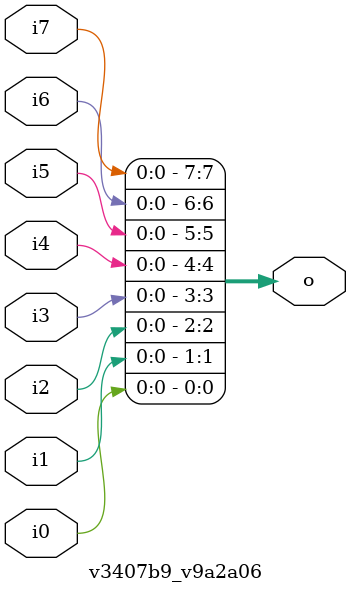
<source format=v>

`default_nettype none

module main (
 input v14ce5d,
 input vclk,
 output [7:0] ve22259
);
 wire [0:7] w0;
 wire w1;
 wire w2;
 wire w3;
 wire w4;
 wire w5;
 wire [0:2] w6;
 assign ve22259 = w0;
 assign w2 = v14ce5d;
 assign w4 = vclk;
 assign w5 = vclk;
 assign w5 = w4;
 vfebcfe v4f701d (
  .v9fb85f(w1)
 );
 v888484 v848529 (
  .vd9601b(w2),
  .v64879c(w3),
  .vfde3d7(w4)
 );
 v40bd2f v1a8e00 (
  .v3dc29f(w3),
  .v6dda25(w5),
  .v603990(w6)
 );
 v710737 v5159e4 (
  .vbfc190(w0),
  .v27dec4(w1),
  .v292458(w6)
 );
endmodule

//---- Top entity
module vfebcfe (
 output v9fb85f
);
 wire w0;
 assign v9fb85f = w0;
 vfebcfe_vb2eccd vb2eccd (
  .q(w0)
 );
endmodule

//---------------------------------------------------
//-- bit-1
//-- - - - - - - - - - - - - - - - - - - - - - - - --
//-- Constant bit 1
//---------------------------------------------------

module vfebcfe_vb2eccd (
 output q
);
 //-- Constant bit-1
 assign q = 1'b1;
 
 
endmodule
//---- Top entity
module v888484 #(
 parameter v9d2d5b = 0,
 parameter v42e61f = 0
) (
 input vfde3d7,
 input vd9601b,
 output v157a67,
 output v64879c
);
 localparam p4 = v9d2d5b;
 localparam p5 = v42e61f;
 wire w0;
 wire w1;
 wire w2;
 wire w3;
 wire w6;
 wire w7;
 assign w0 = vd9601b;
 assign v157a67 = w1;
 assign v64879c = w3;
 assign w6 = vfde3d7;
 assign w7 = vfde3d7;
 assign w2 = w1;
 assign w7 = w6;
 v31e84e v9cfc0f (
  .ve78ab8(w2),
  .v3487af(w3),
  .ved8395(w7)
 );
 v0b641d #(
  .v17ea21(p4),
  .v803182(p5)
 ) v6ca512 (
  .v27dec4(w0),
  .v4642b6(w1),
  .v25ab12(w6)
 );
endmodule

//---------------------------------------------------
//-- Button-tic
//-- - - - - - - - - - - - - - - - - - - - - - - - --
//-- Button-tic: Configurable button that emits a tic when it is pressed
//---------------------------------------------------
//---- Top entity
module v31e84e (
 input ved8395,
 input ve78ab8,
 output v3487af
);
 wire w0;
 wire w1;
 wire w2;
 wire w3;
 wire w4;
 wire w5;
 assign w0 = ve78ab8;
 assign w1 = ved8395;
 assign w4 = ve78ab8;
 assign v3487af = w5;
 assign w4 = w0;
 v053dc2 v1bde40 (
  .vf54559(w0),
  .va4102a(w1),
  .ve8318d(w2)
 );
 v3676a0 v9d4cda (
  .v0e28cb(w2),
  .vcbab45(w3)
 );
 vba518e v57aa83 (
  .v0e28cb(w3),
  .v3ca442(w4),
  .vcbab45(w5)
 );
endmodule

//---------------------------------------------------
//-- Rising-edge-detector
//-- - - - - - - - - - - - - - - - - - - - - - - - --
//-- Rising-edge detector. It generates a 1-period pulse (tic) when a rising edge is detected on the input
//---------------------------------------------------
//---- Top entity
module v053dc2 #(
 parameter v71e305 = 0
) (
 input va4102a,
 input vf54559,
 output ve8318d
);
 localparam p2 = v71e305;
 wire w0;
 wire w1;
 wire w3;
 assign w0 = va4102a;
 assign ve8318d = w1;
 assign w3 = vf54559;
 v053dc2_vb8adf8 #(
  .INI(p2)
 ) vb8adf8 (
  .clk(w0),
  .q(w1),
  .d(w3)
 );
endmodule

//---------------------------------------------------
//-- DFF
//-- - - - - - - - - - - - - - - - - - - - - - - - --
//-- D Flip-flop (verilog implementation)
//---------------------------------------------------

module v053dc2_vb8adf8 #(
 parameter INI = 0
) (
 input clk,
 input d,
 output q
);
 //-- Initial value
 reg q = INI;
 
 //-- Capture the input data  
 //-- on the rising edge of  
 //-- the system clock
 always @(posedge clk)
   q <= d;
endmodule
//---- Top entity
module v3676a0 (
 input v0e28cb,
 output vcbab45
);
 wire w0;
 wire w1;
 assign w0 = v0e28cb;
 assign vcbab45 = w1;
 v3676a0_vd54ca1 vd54ca1 (
  .a(w0),
  .q(w1)
 );
endmodule

//---------------------------------------------------
//-- NOT
//-- - - - - - - - - - - - - - - - - - - - - - - - --
//-- NOT gate (Verilog implementation)
//---------------------------------------------------

module v3676a0_vd54ca1 (
 input a,
 output q
);
 //-- NOT Gate
 assign q = ~a;
 
 
endmodule
//---- Top entity
module vba518e (
 input v0e28cb,
 input v3ca442,
 output vcbab45
);
 wire w0;
 wire w1;
 wire w2;
 assign w0 = v0e28cb;
 assign w1 = v3ca442;
 assign vcbab45 = w2;
 vba518e_vf4938a vf4938a (
  .a(w0),
  .b(w1),
  .c(w2)
 );
endmodule

//---------------------------------------------------
//-- AND2
//-- - - - - - - - - - - - - - - - - - - - - - - - --
//-- Two bits input And gate
//---------------------------------------------------

module vba518e_vf4938a (
 input a,
 input b,
 output c
);
 //-- AND gate
 //-- Verilog implementation
 
 assign c = a & b;
 
endmodule
//---- Top entity
module v0b641d #(
 parameter v17ea21 = 0,
 parameter v803182 = 0
) (
 input v25ab12,
 input v27dec4,
 output v4642b6
);
 localparam p2 = v803182;
 localparam p4 = v17ea21;
 wire w0;
 wire w1;
 wire w3;
 wire w5;
 wire w6;
 wire w7;
 wire w8;
 assign v4642b6 = w5;
 assign w6 = v27dec4;
 assign w7 = v25ab12;
 assign w8 = v25ab12;
 assign w8 = w7;
 v6c3aff #(
  .v2fb6e5(p4)
 ) v67ee04 (
  .v758f58(w0),
  .vedbc89(w6)
 );
 vf718a5 v5e6bb3 (
  .v6a82dd(w3),
  .vd4e5d7(w5),
  .v444878(w8)
 );
 vdc93d6 v71ab2a (
  .ve7f5e6(w0),
  .v3c12b5(w1),
  .v717e81(w7)
 );
 vad96dc #(
  .v6a9fe4(p2)
 ) vc0a9e9 (
  .v27dec4(w1),
  .v4642b6(w3)
 );
endmodule

//---------------------------------------------------
//-- Button
//-- - - - - - - - - - - - - - - - - - - - - - - - --
//-- Configurable button (pull-up on/off. Not on/off)
//---------------------------------------------------
//---- Top entity
module v6c3aff #(
 parameter v2fb6e5 = 1
) (
 input vedbc89,
 output v758f58
);
 localparam p2 = v2fb6e5;
 wire w0;
 wire w1;
 assign w0 = vedbc89;
 assign v758f58 = w1;
 v6c3aff_v34955f #(
  .ON(p2)
 ) v34955f (
  .i(w0),
  .o(w1)
 );
endmodule

//---------------------------------------------------
//-- Pull-upx1
//-- - - - - - - - - - - - - - - - - - - - - - - - --
//-- FPGA internal pull-up configuration on the input port
//---------------------------------------------------

module v6c3aff_v34955f #(
 parameter ON = 0
) (
 input i,
 output o
);
 // 1-Pull up
 
 //-- Place the IO block, configured as  
 //-- input with pull-up
 SB_IO
   #(
     .PIN_TYPE(6'b 1010_01),
     
     //-- The pull-up is activated or not
     //-- depeding on the ON parameter
     .PULLUP(ON)
     
   ) input_pin (
 
     //--- Input pin
     .PACKAGE_PIN(i),
     
     //-- Block output
     .D_IN_0(o),
     
     //-- Configured as input
     .OUTPUT_ENABLE(1'b0),
     
     //-- Not used
     .D_OUT_0(1'b0)
   );
endmodule
//---- Top entity
module vf718a5 (
 input v444878,
 input v6a82dd,
 output vd4e5d7
);
 wire w0;
 wire w1;
 wire w2;
 wire w3;
 wire w4;
 wire w5;
 wire w6;
 wire w7;
 assign w2 = v444878;
 assign w3 = v444878;
 assign w4 = v444878;
 assign vd4e5d7 = w5;
 assign w6 = v6a82dd;
 assign w7 = v6a82dd;
 assign w3 = w2;
 assign w4 = w2;
 assign w4 = w3;
 assign w7 = w6;
 v93adf6 ve5d8ab (
  .v9afc1f(w0),
  .va4102a(w2),
  .ve8318d(w5),
  .vf54559(w6)
 );
 v413e4a v93d042 (
  .ve37344(w0),
  .ve556f1(w1),
  .v6dda25(w3)
 );
 v332488 vf5eed3 (
  .v3487af(w1),
  .ved8395(w4),
  .ve78ab8(w7)
 );
endmodule

//---------------------------------------------------
//-- Debouncer-x01
//-- - - - - - - - - - - - - - - - - - - - - - - - --
//-- Remove the rebound on a mechanical switch
//---------------------------------------------------
//---- Top entity
module v93adf6 #(
 parameter v71e305 = 0
) (
 input va4102a,
 input vf54559,
 input v9afc1f,
 output ve8318d
);
 localparam p2 = v71e305;
 wire w0;
 wire w1;
 wire w3;
 wire w4;
 assign w0 = va4102a;
 assign ve8318d = w1;
 assign w3 = vf54559;
 assign w4 = v9afc1f;
 v93adf6_vb8adf8 #(
  .INI(p2)
 ) vb8adf8 (
  .clk(w0),
  .q(w1),
  .d(w3),
  .load(w4)
 );
endmodule

//---------------------------------------------------
//-- Reg-1bit
//-- - - - - - - - - - - - - - - - - - - - - - - - --
//-- 1bit register (implemented in verilog)
//---------------------------------------------------

module v93adf6_vb8adf8 #(
 parameter INI = 0
) (
 input clk,
 input d,
 input load,
 output q
);
 reg q = INI;
 
 always @(posedge clk)
   if (load)
     q <= d;
endmodule
//---- Top entity
module v413e4a (
 input v6dda25,
 input ve556f1,
 output [15:0] v49911e,
 output ve37344
);
 wire w0;
 wire [0:15] w1;
 wire [0:15] w2;
 wire w3;
 wire [0:15] w4;
 wire w5;
 assign w0 = ve556f1;
 assign w3 = v6dda25;
 assign v49911e = w4;
 assign ve37344 = w5;
 assign w4 = w1;
 vbc711b v8fa00b (
  .v782748(w0),
  .v3f90b8(w1),
  .vc320da(w2),
  .v6dda25(w3)
 );
 v8ecd59 v9392cd (
  .v2f9d57(w1),
  .vd7988b(w2),
  .v4642b6(w5)
 );
endmodule

//---------------------------------------------------
//-- syscounter-rst-16bits
//-- - - - - - - - - - - - - - - - - - - - - - - - --
//-- 16-bits Syscounter with reset
//---------------------------------------------------
//---- Top entity
module vbc711b (
 input v6dda25,
 input v782748,
 input [15:0] vc320da,
 output [15:0] v3f90b8
);
 wire [0:15] w0;
 wire [0:15] w1;
 wire [0:3] w2;
 wire [0:3] w3;
 wire [0:3] w4;
 wire [0:3] w5;
 wire [0:3] w6;
 wire [0:3] w7;
 wire [0:3] w8;
 wire [0:3] w9;
 wire w10;
 wire w11;
 wire w12;
 wire w13;
 wire w14;
 wire w15;
 wire w16;
 wire w17;
 assign w0 = vc320da;
 assign v3f90b8 = w1;
 assign w10 = v6dda25;
 assign w11 = v6dda25;
 assign w12 = v6dda25;
 assign w13 = v6dda25;
 assign w14 = v782748;
 assign w15 = v782748;
 assign w16 = v782748;
 assign w17 = v782748;
 assign w11 = w10;
 assign w12 = w10;
 assign w12 = w11;
 assign w13 = w10;
 assign w13 = w11;
 assign w13 = w12;
 assign w15 = w14;
 assign w16 = w14;
 assign w16 = w15;
 assign w17 = w14;
 assign w17 = w15;
 assign w17 = w16;
 v5c75f6 vbdef88 (
  .v4de61b(w2),
  .v50034e(w6),
  .v6dda25(w13),
  .v782748(w17)
 );
 v5c75f6 v6188f9 (
  .v4de61b(w3),
  .v50034e(w7),
  .v6dda25(w12),
  .v782748(w16)
 );
 v852bc8 vd47660 (
  .v91b9c1(w0),
  .v527ffb(w2),
  .v71a717(w3),
  .v0b337e(w4),
  .vfc89f9(w5)
 );
 v401a28 v3ef916 (
  .v14a530(w1),
  .vcc76e8(w6),
  .vd531e6(w7),
  .v7ef7d6(w8),
  .v1447f2(w9)
 );
 v5c75f6 v9f7443 (
  .v4de61b(w4),
  .v50034e(w8),
  .v6dda25(w11),
  .v782748(w15)
 );
 v5c75f6 vd2d6b6 (
  .v4de61b(w5),
  .v50034e(w9),
  .v6dda25(w10),
  .v782748(w14)
 );
endmodule

//---------------------------------------------------
//-- DFF-rst-x16
//-- - - - - - - - - - - - - - - - - - - - - - - - --
//-- DFF-rst-x16: 16 D flip-flops in paralell with reset
//---------------------------------------------------
//---- Top entity
module v5c75f6 (
 input v6dda25,
 input v782748,
 input [3:0] v4de61b,
 output [3:0] v50034e
);
 wire w0;
 wire w1;
 wire w2;
 wire w3;
 wire w4;
 wire w5;
 wire [0:3] w6;
 wire [0:3] w7;
 wire w8;
 wire w9;
 wire w10;
 wire w11;
 wire w12;
 wire w13;
 wire w14;
 wire w15;
 wire w16;
 wire w17;
 assign w6 = v4de61b;
 assign v50034e = w7;
 assign w10 = v6dda25;
 assign w11 = v6dda25;
 assign w12 = v6dda25;
 assign w13 = v6dda25;
 assign w14 = v782748;
 assign w15 = v782748;
 assign w16 = v782748;
 assign w17 = v782748;
 assign w11 = w10;
 assign w12 = w10;
 assign w12 = w11;
 assign w13 = w10;
 assign w13 = w11;
 assign w13 = w12;
 assign w15 = w14;
 assign w16 = w14;
 assign w16 = w15;
 assign w17 = w14;
 assign w17 = w15;
 assign w17 = w16;
 vc4f23a v4b1225 (
  .v3f8943(w2),
  .v64d863(w3),
  .vda577d(w4),
  .v985fcb(w6),
  .v4f1fd3(w8)
 );
 v84f0a1 v6491fd (
  .v03aaf0(w0),
  .vee8a83(w1),
  .vf8041d(w5),
  .v11bca5(w7),
  .vd84a57(w9)
 );
 v2be0f8 v10a04f (
  .v4642b6(w0),
  .vf354ee(w3),
  .vd53b77(w13),
  .v27dec4(w17)
 );
 v2be0f8 v7d9648 (
  .v4642b6(w1),
  .vf354ee(w2),
  .vd53b77(w12),
  .v27dec4(w16)
 );
 v2be0f8 v004b14 (
  .vf354ee(w4),
  .v4642b6(w5),
  .vd53b77(w11),
  .v27dec4(w15)
 );
 v2be0f8 v8aa818 (
  .vf354ee(w8),
  .v4642b6(w9),
  .vd53b77(w10),
  .v27dec4(w14)
 );
endmodule

//---------------------------------------------------
//-- DFF-rst-x04
//-- - - - - - - - - - - - - - - - - - - - - - - - --
//-- DFF-rst-x04: Three D flip-flops in paralell with reset
//---------------------------------------------------
//---- Top entity
module vc4f23a (
 input [3:0] v985fcb,
 output v4f1fd3,
 output vda577d,
 output v3f8943,
 output v64d863
);
 wire w0;
 wire w1;
 wire w2;
 wire w3;
 wire [0:3] w4;
 assign v3f8943 = w0;
 assign v64d863 = w1;
 assign vda577d = w2;
 assign v4f1fd3 = w3;
 assign w4 = v985fcb;
 vc4f23a_v9a2a06 v9a2a06 (
  .o1(w0),
  .o0(w1),
  .o2(w2),
  .o3(w3),
  .i(w4)
 );
endmodule

//---------------------------------------------------
//-- Bus4-Split-all
//-- - - - - - - - - - - - - - - - - - - - - - - - --
//-- Bus4-Split-all: Split the 4-bits bus into its wires
//---------------------------------------------------

module vc4f23a_v9a2a06 (
 input [3:0] i,
 output o3,
 output o2,
 output o1,
 output o0
);
 assign o3 = i[3];
 assign o2 = i[2];
 assign o1 = i[1];
 assign o0 = i[0];
endmodule
//---- Top entity
module v84f0a1 (
 input vd84a57,
 input vf8041d,
 input vee8a83,
 input v03aaf0,
 output [3:0] v11bca5
);
 wire w0;
 wire w1;
 wire w2;
 wire w3;
 wire [0:3] w4;
 assign w0 = vee8a83;
 assign w1 = v03aaf0;
 assign w2 = vf8041d;
 assign w3 = vd84a57;
 assign v11bca5 = w4;
 v84f0a1_v9a2a06 v9a2a06 (
  .i1(w0),
  .i0(w1),
  .i2(w2),
  .i3(w3),
  .o(w4)
 );
endmodule

//---------------------------------------------------
//-- Bus4-Join-all
//-- - - - - - - - - - - - - - - - - - - - - - - - --
//-- Bus4-Join-all: Join all the wires into a 4-bits Bus
//---------------------------------------------------

module v84f0a1_v9a2a06 (
 input i3,
 input i2,
 input i1,
 input i0,
 output [3:0] o
);
 assign o = {i3, i2, i1, i0};
 
endmodule
//---- Top entity
module v2be0f8 #(
 parameter vbd3217 = 0
) (
 input vd53b77,
 input v27dec4,
 input vf354ee,
 output v4642b6
);
 localparam p5 = vbd3217;
 wire w0;
 wire w1;
 wire w2;
 wire w3;
 wire w4;
 wire w6;
 assign w2 = v27dec4;
 assign w3 = vf354ee;
 assign v4642b6 = w4;
 assign w6 = vd53b77;
 v3676a0 v7539bf (
  .vcbab45(w1),
  .v0e28cb(w2)
 );
 vba518e vfe8158 (
  .vcbab45(w0),
  .v0e28cb(w1),
  .v3ca442(w3)
 );
 v053dc2 #(
  .v71e305(p5)
 ) vd104a4 (
  .vf54559(w0),
  .ve8318d(w4),
  .va4102a(w6)
 );
endmodule

//---------------------------------------------------
//-- DFF-rst-x01
//-- - - - - - - - - - - - - - - - - - - - - - - - --
//-- DFF-rst-x01: D Flip flop with reset input. When rst=1, the DFF is 0
//---------------------------------------------------
//---- Top entity
module v852bc8 (
 input [15:0] v91b9c1,
 output [3:0] vfc89f9,
 output [3:0] v0b337e,
 output [3:0] v71a717,
 output [3:0] v527ffb
);
 wire [0:15] w0;
 wire [0:3] w1;
 wire [0:3] w2;
 wire [0:3] w3;
 wire [0:3] w4;
 assign w0 = v91b9c1;
 assign v527ffb = w1;
 assign v71a717 = w2;
 assign v0b337e = w3;
 assign vfc89f9 = w4;
 v852bc8_v9a2a06 v9a2a06 (
  .i(w0),
  .o0(w1),
  .o1(w2),
  .o2(w3),
  .o3(w4)
 );
endmodule

//---------------------------------------------------
//-- Bus16-Split-quarter
//-- - - - - - - - - - - - - - - - - - - - - - - - --
//-- Bus16-Split-quarter: Split the 16-bits bus into four buses of the same size
//---------------------------------------------------

module v852bc8_v9a2a06 (
 input [15:0] i,
 output [3:0] o3,
 output [3:0] o2,
 output [3:0] o1,
 output [3:0] o0
);
 assign o3 = i[15:12];
 assign o2 = i[11:8];
 assign o1 = i[7:4];
 assign o0 = i[3:0];
endmodule
//---- Top entity
module v401a28 (
 input [3:0] v1447f2,
 input [3:0] v7ef7d6,
 input [3:0] vd531e6,
 input [3:0] vcc76e8,
 output [15:0] v14a530
);
 wire [0:15] w0;
 wire [0:3] w1;
 wire [0:3] w2;
 wire [0:3] w3;
 wire [0:3] w4;
 assign v14a530 = w0;
 assign w1 = vcc76e8;
 assign w2 = vd531e6;
 assign w3 = v7ef7d6;
 assign w4 = v1447f2;
 v401a28_v9a2a06 v9a2a06 (
  .o(w0),
  .i0(w1),
  .i1(w2),
  .i2(w3),
  .i3(w4)
 );
endmodule

//---------------------------------------------------
//-- Bus16-Join-quarter
//-- - - - - - - - - - - - - - - - - - - - - - - - --
//-- Bus16-Join-quarter: Join the four same buses into an 16-bits Bus
//---------------------------------------------------

module v401a28_v9a2a06 (
 input [3:0] i3,
 input [3:0] i2,
 input [3:0] i1,
 input [3:0] i0,
 output [15:0] o
);
 assign o = {i3, i2, i1, i0};
 
endmodule
//---- Top entity
module v8ecd59 #(
 parameter v6c5139 = 1
) (
 input [15:0] v2f9d57,
 output v4642b6,
 output [15:0] vd7988b
);
 localparam p1 = v6c5139;
 wire w0;
 wire [0:15] w2;
 wire [0:15] w3;
 assign v4642b6 = w0;
 assign w2 = v2f9d57;
 assign vd7988b = w3;
 v265696 #(
  .vd73390(p1)
 ) v76123a (
  .v4642b6(w0),
  .v36f2dd(w2),
  .vc068fb(w3)
 );
endmodule

//---------------------------------------------------
//-- Inc1-16bits
//-- - - - - - - - - - - - - - - - - - - - - - - - --
//-- Inc1-16bit: Increment a 16-bits number by one
//---------------------------------------------------
//---- Top entity
module v265696 #(
 parameter vd73390 = 0
) (
 input [15:0] v36f2dd,
 output v4642b6,
 output [15:0] vc068fb
);
 localparam p1 = vd73390;
 wire w0;
 wire [0:15] w2;
 wire [0:15] w3;
 wire [0:15] w4;
 assign v4642b6 = w0;
 assign w3 = v36f2dd;
 assign vc068fb = w4;
 v651fa3 #(
  .vc5c8ea(p1)
 ) vdd8fa2 (
  .vcd9338(w2)
 );
 vbc66d7 vce7ab7 (
  .v4642b6(w0),
  .v1489e0(w2),
  .v603a9a(w3),
  .v2c4251(w4)
 );
endmodule

//---------------------------------------------------
//-- AdderK-16bits
//-- - - - - - - - - - - - - - - - - - - - - - - - --
//-- AdderK-16bit: Adder of 16-bit operand and 16-bit constant
//---------------------------------------------------
//---- Top entity
module v651fa3 #(
 parameter vc5c8ea = 0
) (
 output [15:0] vcd9338
);
 localparam p0 = vc5c8ea;
 wire [0:15] w1;
 assign vcd9338 = w1;
 v651fa3_v465065 #(
  .VALUE(p0)
 ) v465065 (
  .k(w1)
 );
endmodule

//---------------------------------------------------
//-- 16-bits-gen-constant
//-- - - - - - - - - - - - - - - - - - - - - - - - --
//-- Generic: 16-bits generic constant
//---------------------------------------------------

module v651fa3_v465065 #(
 parameter VALUE = 0
) (
 output [15:0] k
);
 assign k = VALUE;
endmodule
//---- Top entity
module vbc66d7 (
 input [15:0] v1489e0,
 input [15:0] v603a9a,
 output v4642b6,
 output [15:0] v2c4251
);
 wire w0;
 wire w1;
 wire [0:15] w2;
 wire [0:15] w3;
 wire [0:15] w4;
 wire [0:7] w5;
 wire [0:7] w6;
 wire [0:7] w7;
 wire [0:7] w8;
 wire [0:7] w9;
 wire [0:7] w10;
 assign v4642b6 = w0;
 assign w2 = v603a9a;
 assign w3 = v1489e0;
 assign v2c4251 = w4;
 v306ca3 v0a29fe (
  .v91b9c1(w2),
  .vef5eee(w9),
  .vd3ef3b(w10)
 );
 v306ca3 vb0a6ce (
  .v91b9c1(w3),
  .vef5eee(w7),
  .vd3ef3b(w8)
 );
 vcb23aa v8e0bba (
  .v4642b6(w1),
  .v62bf25(w6),
  .v39966a(w8),
  .veb2f59(w10)
 );
 vc3c498 v917bbf (
  .v4642b6(w0),
  .vb9cfc3(w1),
  .veeaa8e(w5),
  .v45c6ee(w7),
  .v20212e(w9)
 );
 v8cc49c v03c3e3 (
  .v14a530(w4),
  .vb334ae(w5),
  .v2b8a97(w6)
 );
endmodule

//---------------------------------------------------
//-- Adder-16bits
//-- - - - - - - - - - - - - - - - - - - - - - - - --
//-- Adder-16bits: Adder of two operands of 16 bits
//---------------------------------------------------
//---- Top entity
module v306ca3 (
 input [15:0] v91b9c1,
 output [7:0] vef5eee,
 output [7:0] vd3ef3b
);
 wire [0:15] w0;
 wire [0:7] w1;
 wire [0:7] w2;
 assign w0 = v91b9c1;
 assign vef5eee = w1;
 assign vd3ef3b = w2;
 v306ca3_v9a2a06 v9a2a06 (
  .i(w0),
  .o1(w1),
  .o0(w2)
 );
endmodule

//---------------------------------------------------
//-- Bus16-Split-half
//-- - - - - - - - - - - - - - - - - - - - - - - - --
//-- Bus16-Split-half: Split the 16-bits bus into two buses of the same size
//---------------------------------------------------

module v306ca3_v9a2a06 (
 input [15:0] i,
 output [7:0] o1,
 output [7:0] o0
);
 assign o1 = i[15:8];
 assign o0 = i[7:0];
endmodule
//---- Top entity
module vcb23aa (
 input [7:0] v39966a,
 input [7:0] veb2f59,
 output v4642b6,
 output [7:0] v62bf25
);
 wire [0:7] w0;
 wire [0:7] w1;
 wire [0:3] w2;
 wire [0:3] w3;
 wire [0:7] w4;
 wire w5;
 wire w6;
 wire [0:3] w7;
 wire [0:3] w8;
 wire [0:3] w9;
 wire [0:3] w10;
 assign w0 = veb2f59;
 assign w1 = v39966a;
 assign v62bf25 = w4;
 assign v4642b6 = w5;
 v6bdcd9 vd88c66 (
  .vcc8c7c(w0),
  .v651522(w9),
  .v2cc41f(w10)
 );
 v6bdcd9 v26a0bb (
  .vcc8c7c(w1),
  .v651522(w7),
  .v2cc41f(w8)
 );
 v25966b v9ea427 (
  .v817794(w3),
  .v4642b6(w6),
  .v0550b6(w8),
  .v24708e(w10)
 );
 vafb28f vc75346 (
  .v515fe7(w2),
  .v3c88fc(w3),
  .va9ac17(w4)
 );
 va1ce30 v40c17f (
  .v817794(w2),
  .v4642b6(w5),
  .vb9cfc3(w6),
  .v0550b6(w7),
  .v24708e(w9)
 );
endmodule

//---------------------------------------------------
//-- Adder-8bits
//-- - - - - - - - - - - - - - - - - - - - - - - - --
//-- Adder-8bits: Adder of two operands of 8 bits
//---------------------------------------------------
//---- Top entity
module v6bdcd9 (
 input [7:0] vcc8c7c,
 output [3:0] v651522,
 output [3:0] v2cc41f
);
 wire [0:3] w0;
 wire [0:3] w1;
 wire [0:7] w2;
 assign v651522 = w0;
 assign v2cc41f = w1;
 assign w2 = vcc8c7c;
 v6bdcd9_v9a2a06 v9a2a06 (
  .o1(w0),
  .o0(w1),
  .i(w2)
 );
endmodule

//---------------------------------------------------
//-- Bus8-Split-half
//-- - - - - - - - - - - - - - - - - - - - - - - - --
//-- Bus8-Split-half: Split the 8-bits bus into two buses of the same size
//---------------------------------------------------

module v6bdcd9_v9a2a06 (
 input [7:0] i,
 output [3:0] o1,
 output [3:0] o0
);
 assign o1 = i[7:4];
 assign o0 = i[3:0];
endmodule
//---- Top entity
module v25966b (
 input [3:0] v0550b6,
 input [3:0] v24708e,
 output v4642b6,
 output [3:0] v817794
);
 wire w0;
 wire w1;
 wire w2;
 wire w3;
 wire w4;
 wire [0:3] w5;
 wire [0:3] w6;
 wire [0:3] w7;
 wire w8;
 wire w9;
 wire w10;
 wire w11;
 wire w12;
 wire w13;
 wire w14;
 wire w15;
 wire w16;
 wire w17;
 wire w18;
 assign w5 = v24708e;
 assign w6 = v0550b6;
 assign v817794 = w7;
 assign v4642b6 = w9;
 v1ea21d vdbe125 (
  .v4642b6(w0),
  .v8e8a67(w2),
  .v27dec4(w15),
  .v82de4f(w18)
 );
 vad119b vb8ad86 (
  .v0ef266(w0),
  .v8e8a67(w1),
  .v4642b6(w3),
  .v27dec4(w14),
  .v82de4f(w17)
 );
 vad119b v5d29b2 (
  .v0ef266(w3),
  .v8e8a67(w4),
  .v4642b6(w8),
  .v27dec4(w12),
  .v82de4f(w16)
 );
 vc4f23a vf4a6ff (
  .v985fcb(w5),
  .v4f1fd3(w13),
  .vda577d(w16),
  .v3f8943(w17),
  .v64d863(w18)
 );
 vc4f23a v9d4632 (
  .v985fcb(w6),
  .v4f1fd3(w11),
  .vda577d(w12),
  .v3f8943(w14),
  .v64d863(w15)
 );
 v84f0a1 v140dbf (
  .vee8a83(w1),
  .v03aaf0(w2),
  .vf8041d(w4),
  .v11bca5(w7),
  .vd84a57(w10)
 );
 vad119b v5c5937 (
  .v0ef266(w8),
  .v4642b6(w9),
  .v8e8a67(w10),
  .v27dec4(w11),
  .v82de4f(w13)
 );
endmodule

//---------------------------------------------------
//-- Adder-4bits
//-- - - - - - - - - - - - - - - - - - - - - - - - --
//-- Adder-4bits: Adder of two operands of 4 bits
//---------------------------------------------------
//---- Top entity
module v1ea21d (
 input v27dec4,
 input v82de4f,
 output v4642b6,
 output v8e8a67
);
 wire w0;
 wire w1;
 wire w2;
 wire w3;
 wire w4;
 assign w0 = v82de4f;
 assign w1 = v27dec4;
 assign v4642b6 = w3;
 assign v8e8a67 = w4;
 vad119b vb820a1 (
  .v82de4f(w0),
  .v27dec4(w1),
  .v0ef266(w2),
  .v4642b6(w3),
  .v8e8a67(w4)
 );
 vd30ca9 v23ebb6 (
  .v9fb85f(w2)
 );
endmodule

//---------------------------------------------------
//-- Adder-1bit
//-- - - - - - - - - - - - - - - - - - - - - - - - --
//-- Adder-1bit: Adder of two operands of 1 bit
//---------------------------------------------------
//---- Top entity
module vad119b (
 input v27dec4,
 input v82de4f,
 input v0ef266,
 output v4642b6,
 output v8e8a67
);
 wire w0;
 wire w1;
 wire w2;
 wire w3;
 wire w4;
 wire w5;
 wire w6;
 wire w7;
 wire w8;
 wire w9;
 wire w10;
 wire w11;
 assign v8e8a67 = w1;
 assign v4642b6 = w5;
 assign w6 = v27dec4;
 assign w7 = v27dec4;
 assign w8 = v82de4f;
 assign w9 = v82de4f;
 assign w10 = v0ef266;
 assign w11 = v0ef266;
 assign w2 = w0;
 assign w7 = w6;
 assign w9 = w8;
 assign w11 = w10;
 vd12401 v2e3d9f (
  .vcbab45(w0),
  .v0e28cb(w7),
  .v3ca442(w9)
 );
 vd12401 vb50462 (
  .v0e28cb(w0),
  .vcbab45(w1),
  .v3ca442(w11)
 );
 vba518e v4882f4 (
  .v3ca442(w2),
  .vcbab45(w3),
  .v0e28cb(w10)
 );
 vba518e v8fcf41 (
  .vcbab45(w4),
  .v0e28cb(w6),
  .v3ca442(w8)
 );
 v873425 vc5b8b9 (
  .v3ca442(w3),
  .v0e28cb(w4),
  .vcbab45(w5)
 );
endmodule

//---------------------------------------------------
//-- AdderC-1bit
//-- - - - - - - - - - - - - - - - - - - - - - - - --
//-- AdderC-1bit: Adder of two operands of 1 bit plus the carry in
//---------------------------------------------------
//---- Top entity
module vd12401 (
 input v0e28cb,
 input v3ca442,
 output vcbab45
);
 wire w0;
 wire w1;
 wire w2;
 assign w0 = v0e28cb;
 assign w1 = v3ca442;
 assign vcbab45 = w2;
 vd12401_vf4938a vf4938a (
  .a(w0),
  .b(w1),
  .c(w2)
 );
endmodule

//---------------------------------------------------
//-- XOR2
//-- - - - - - - - - - - - - - - - - - - - - - - - --
//-- XOR gate: two bits input xor gate
//---------------------------------------------------

module vd12401_vf4938a (
 input a,
 input b,
 output c
);
 //-- XOR gate
 //-- Verilog implementation
 
 assign c = a ^ b;
 
endmodule
//---- Top entity
module v873425 (
 input v0e28cb,
 input v3ca442,
 output vcbab45
);
 wire w0;
 wire w1;
 wire w2;
 assign w0 = v0e28cb;
 assign w1 = v3ca442;
 assign vcbab45 = w2;
 v873425_vf4938a vf4938a (
  .a(w0),
  .b(w1),
  .c(w2)
 );
endmodule

//---------------------------------------------------
//-- OR2
//-- - - - - - - - - - - - - - - - - - - - - - - - --
//-- OR2: Two bits input OR gate
//---------------------------------------------------

module v873425_vf4938a (
 input a,
 input b,
 output c
);
 //-- OR Gate
 //-- Verilog implementation
 
 assign c = a | b;
 
 
endmodule
//---- Top entity
module vd30ca9 (
 output v9fb85f
);
 wire w0;
 assign v9fb85f = w0;
 vd30ca9_vb2eccd vb2eccd (
  .q(w0)
 );
endmodule

//---------------------------------------------------
//-- bit-0
//-- - - - - - - - - - - - - - - - - - - - - - - - --
//-- Constant bit 0
//---------------------------------------------------

module vd30ca9_vb2eccd (
 output q
);
 //-- Constant bit-0
 assign q = 1'b0;
 
 
endmodule
//---- Top entity
module vafb28f (
 input [3:0] v515fe7,
 input [3:0] v3c88fc,
 output [7:0] va9ac17
);
 wire [0:7] w0;
 wire [0:3] w1;
 wire [0:3] w2;
 assign va9ac17 = w0;
 assign w1 = v515fe7;
 assign w2 = v3c88fc;
 vafb28f_v9a2a06 v9a2a06 (
  .o(w0),
  .i1(w1),
  .i0(w2)
 );
endmodule

//---------------------------------------------------
//-- Bus8-Join-half
//-- - - - - - - - - - - - - - - - - - - - - - - - --
//-- Bus8-Join-half: Join the two same halves into an 8-bits Bus
//---------------------------------------------------

module vafb28f_v9a2a06 (
 input [3:0] i1,
 input [3:0] i0,
 output [7:0] o
);
 assign o = {i1, i0};
 
endmodule
//---- Top entity
module va1ce30 (
 input [3:0] v0550b6,
 input [3:0] v24708e,
 input vb9cfc3,
 output v4642b6,
 output [3:0] v817794
);
 wire w0;
 wire w1;
 wire w2;
 wire w3;
 wire w4;
 wire [0:3] w5;
 wire [0:3] w6;
 wire [0:3] w7;
 wire w8;
 wire w9;
 wire w10;
 wire w11;
 wire w12;
 wire w13;
 wire w14;
 wire w15;
 wire w16;
 wire w17;
 wire w18;
 wire w19;
 assign w5 = v24708e;
 assign w6 = v0550b6;
 assign v817794 = w7;
 assign v4642b6 = w9;
 assign w11 = vb9cfc3;
 vad119b vb8ad86 (
  .v0ef266(w0),
  .v8e8a67(w1),
  .v4642b6(w3),
  .v27dec4(w15),
  .v82de4f(w18)
 );
 vad119b v5d29b2 (
  .v0ef266(w3),
  .v8e8a67(w4),
  .v4642b6(w8),
  .v27dec4(w13),
  .v82de4f(w17)
 );
 vc4f23a vf4a6ff (
  .v985fcb(w5),
  .v4f1fd3(w14),
  .vda577d(w17),
  .v3f8943(w18),
  .v64d863(w19)
 );
 vc4f23a v9d4632 (
  .v985fcb(w6),
  .v4f1fd3(w12),
  .vda577d(w13),
  .v3f8943(w15),
  .v64d863(w16)
 );
 v84f0a1 v140dbf (
  .vee8a83(w1),
  .v03aaf0(w2),
  .vf8041d(w4),
  .v11bca5(w7),
  .vd84a57(w10)
 );
 vad119b v5c5937 (
  .v0ef266(w8),
  .v4642b6(w9),
  .v8e8a67(w10),
  .v27dec4(w12),
  .v82de4f(w14)
 );
 vad119b v3599be (
  .v4642b6(w0),
  .v8e8a67(w2),
  .v0ef266(w11),
  .v27dec4(w16),
  .v82de4f(w19)
 );
endmodule

//---------------------------------------------------
//-- AdderC-4bits
//-- - - - - - - - - - - - - - - - - - - - - - - - --
//-- AdderC-4bits: Adder of two operands of 4 bits and Carry in
//---------------------------------------------------
//---- Top entity
module vc3c498 (
 input [7:0] v45c6ee,
 input [7:0] v20212e,
 input vb9cfc3,
 output v4642b6,
 output [7:0] veeaa8e
);
 wire w0;
 wire w1;
 wire [0:7] w2;
 wire [0:7] w3;
 wire [0:7] w4;
 wire [0:3] w5;
 wire [0:3] w6;
 wire w7;
 wire [0:3] w8;
 wire [0:3] w9;
 wire [0:3] w10;
 wire [0:3] w11;
 assign w1 = vb9cfc3;
 assign w2 = v45c6ee;
 assign w3 = v20212e;
 assign veeaa8e = w4;
 assign v4642b6 = w7;
 v6bdcd9 v8d795a (
  .vcc8c7c(w3),
  .v651522(w10),
  .v2cc41f(w11)
 );
 v6bdcd9 v23dbc5 (
  .vcc8c7c(w2),
  .v651522(w8),
  .v2cc41f(w9)
 );
 vafb28f vef3a58 (
  .va9ac17(w4),
  .v3c88fc(w5),
  .v515fe7(w6)
 );
 va1ce30 v0ff71a (
  .v4642b6(w0),
  .vb9cfc3(w1),
  .v817794(w5),
  .v0550b6(w9),
  .v24708e(w11)
 );
 va1ce30 v12f94f (
  .vb9cfc3(w0),
  .v817794(w6),
  .v4642b6(w7),
  .v0550b6(w8),
  .v24708e(w10)
 );
endmodule

//---------------------------------------------------
//-- AdderC-8bits
//-- - - - - - - - - - - - - - - - - - - - - - - - --
//-- AdderC-8bits: Adder of two operands of 8 bits and Carry in
//---------------------------------------------------
//---- Top entity
module v8cc49c (
 input [7:0] vb334ae,
 input [7:0] v2b8a97,
 output [15:0] v14a530
);
 wire [0:15] w0;
 wire [0:7] w1;
 wire [0:7] w2;
 assign v14a530 = w0;
 assign w1 = v2b8a97;
 assign w2 = vb334ae;
 v8cc49c_v9a2a06 v9a2a06 (
  .o(w0),
  .i0(w1),
  .i1(w2)
 );
endmodule

//---------------------------------------------------
//-- Bus16-Join-half
//-- - - - - - - - - - - - - - - - - - - - - - - - --
//-- Bus16-Join-half: Join the two same halves into an 16-bits Bus
//---------------------------------------------------

module v8cc49c_v9a2a06 (
 input [7:0] i1,
 input [7:0] i0,
 output [15:0] o
);
 assign o = {i1, i0};
 
endmodule
//---- Top entity
module v332488 (
 input ved8395,
 input ve78ab8,
 output v3487af
);
 wire w0;
 wire w1;
 wire w2;
 wire w3;
 wire w4;
 assign w0 = ve78ab8;
 assign w1 = ved8395;
 assign v3487af = w2;
 assign w4 = ve78ab8;
 assign w4 = w0;
 vd12401 v456da5 (
  .vcbab45(w2),
  .v0e28cb(w3),
  .v3ca442(w4)
 );
 v053dc2 vdfab80 (
  .vf54559(w0),
  .va4102a(w1),
  .ve8318d(w3)
 );
endmodule

//---------------------------------------------------
//-- Edges-detector
//-- - - - - - - - - - - - - - - - - - - - - - - - --
//-- Edges detector. It generates a 1-period pulse (tic) when either a rising edge or a falling edge is detected on the input
//---------------------------------------------------
//---- Top entity
module vdc93d6 (
 input v717e81,
 input ve7f5e6,
 output v3c12b5
);
 wire w0;
 wire w1;
 wire w2;
 wire w3;
 wire w4;
 assign w0 = ve7f5e6;
 assign v3c12b5 = w2;
 assign w3 = v717e81;
 assign w4 = v717e81;
 assign w4 = w3;
 v053dc2 vbb75a1 (
  .vf54559(w0),
  .ve8318d(w1),
  .va4102a(w4)
 );
 v053dc2 vf6c433 (
  .vf54559(w1),
  .ve8318d(w2),
  .va4102a(w3)
 );
endmodule

//---------------------------------------------------
//-- Sync-x01
//-- - - - - - - - - - - - - - - - - - - - - - - - --
//-- Sync 1-bit input with the system clock domain
//---------------------------------------------------
//---- Top entity
module vad96dc #(
 parameter v6a9fe4 = 0
) (
 input v27dec4,
 output v4642b6
);
 localparam p0 = v6a9fe4;
 wire w1;
 wire w2;
 wire w3;
 assign w2 = v27dec4;
 assign v4642b6 = w3;
 vd12401 v5b01c7 (
  .v0e28cb(w1),
  .v3ca442(w2),
  .vcbab45(w3)
 );
 v6b14d5 #(
  .vc5c8ea(p0)
 ) v94e17e (
  .v268bfc(w1)
 );
endmodule

//---------------------------------------------------
//-- not-wire-x01
//-- - - - - - - - - - - - - - - - - - - - - - - - --
//-- Select positive or negative logic for the input (0=positive, 1=negative)
//---------------------------------------------------
//---- Top entity
module v6b14d5 #(
 parameter vc5c8ea = 0
) (
 output v268bfc
);
 localparam p0 = vc5c8ea;
 wire w1;
 assign v268bfc = w1;
 v6b14d5_v465065 #(
  .VALUE(p0)
 ) v465065 (
  .k(w1)
 );
endmodule

//---------------------------------------------------
//-- 1-bit-gen-constant
//-- - - - - - - - - - - - - - - - - - - - - - - - --
//-- 1-bit generic constant (0/1)
//---------------------------------------------------

module v6b14d5_v465065 #(
 parameter VALUE = 0
) (
 output k
);
 assign k = VALUE;
endmodule
//---- Top entity
module v40bd2f (
 input v6dda25,
 input v3dc29f,
 output [2:0] v603990
);
 wire w0;
 wire [0:2] w1;
 wire w2;
 wire [0:2] w3;
 wire [0:2] w4;
 assign w0 = v3dc29f;
 assign w2 = v6dda25;
 assign v603990 = w3;
 assign w4 = w3;
 v68040c vd07192 (
  .vccca56(w0),
  .va28445(w1),
  .v6dda25(w2),
  .vd4e7bc(w3)
 );
 v097e2f v95c4ef (
  .v25ecb4(w1),
  .v1efb2a(w4)
 );
endmodule

//---------------------------------------------------
//-- Counter-x03
//-- - - - - - - - - - - - - - - - - - - - - - - - --
//-- Counter-x03: 3-bits counter
//---------------------------------------------------
//---- Top entity
module v68040c (
 input v6dda25,
 input [2:0] va28445,
 input vccca56,
 output [2:0] vd4e7bc
);
 wire w0;
 wire w1;
 wire w2;
 wire w3;
 wire [0:2] w4;
 wire [0:2] w5;
 wire w6;
 wire w7;
 wire w8;
 wire w9;
 wire w10;
 wire w11;
 wire w12;
 wire w13;
 assign w4 = va28445;
 assign vd4e7bc = w5;
 assign w8 = v6dda25;
 assign w9 = v6dda25;
 assign w10 = v6dda25;
 assign w11 = vccca56;
 assign w12 = vccca56;
 assign w13 = vccca56;
 assign w9 = w8;
 assign w10 = w8;
 assign w10 = w9;
 assign w12 = w11;
 assign w13 = w11;
 assign w13 = w12;
 v22cb98 v1ba30c (
  .v27dec4(w0),
  .v4642b6(w2),
  .ve4a668(w9),
  .vd793aa(w12)
 );
 v22cb98 v38f79d (
  .v27dec4(w1),
  .v4642b6(w3),
  .ve4a668(w10),
  .vd793aa(w13)
 );
 v9a2795 v1fdbc1 (
  .v3f8943(w0),
  .v64d863(w1),
  .vdee7c7(w4),
  .vda577d(w6)
 );
 v2b9b8c v9a5c21 (
  .vee8a83(w2),
  .v03aaf0(w3),
  .ve52f8a(w5),
  .vf8041d(w7)
 );
 v22cb98 v009467 (
  .v27dec4(w6),
  .v4642b6(w7),
  .ve4a668(w8),
  .vd793aa(w11)
 );
endmodule

//---------------------------------------------------
//-- Reg-x03
//-- - - - - - - - - - - - - - - - - - - - - - - - --
//-- Reg-x03: 3-bits register
//---------------------------------------------------
//---- Top entity
module v22cb98 #(
 parameter v5462c0 = 0
) (
 input ve4a668,
 input v27dec4,
 input vd793aa,
 output v4642b6
);
 localparam p1 = v5462c0;
 wire w0;
 wire w2;
 wire w3;
 wire w4;
 wire w5;
 wire w6;
 assign w2 = ve4a668;
 assign w3 = v27dec4;
 assign v4642b6 = w5;
 assign w6 = vd793aa;
 assign w5 = w4;
 va40d2f v9ff767 (
  .v030ad0(w0),
  .vb192d0(w3),
  .v27dec4(w4),
  .v2d3366(w6)
 );
 v053dc2 #(
  .v71e305(p1)
 ) v89c757 (
  .vf54559(w0),
  .va4102a(w2),
  .ve8318d(w4)
 );
endmodule

//---------------------------------------------------
//-- 1-bit-reg
//-- - - - - - - - - - - - - - - - - - - - - - - - --
//-- Reg: 1-Bit register
//---------------------------------------------------
//---- Top entity
module va40d2f (
 input v27dec4,
 input vb192d0,
 input v2d3366,
 output v030ad0
);
 wire w0;
 wire w1;
 wire w2;
 wire w3;
 assign v030ad0 = w0;
 assign w1 = v2d3366;
 assign w2 = v27dec4;
 assign w3 = vb192d0;
 vd0c4e5 v0f3fef (
  .v030ad0(w0),
  .v2d3366(w1),
  .vb192d0(w2),
  .v27dec4(w3)
 );
endmodule

//---------------------------------------------------
//-- MuxF-2-1
//-- - - - - - - - - - - - - - - - - - - - - - - - --
//-- 2-to-1 Multplexer (1-bit channels). Fippled version
//---------------------------------------------------
//---- Top entity
module vd0c4e5 (
 input v27dec4,
 input vb192d0,
 input v2d3366,
 output v030ad0
);
 wire w0;
 wire w1;
 wire w2;
 wire w3;
 wire w4;
 wire w5;
 wire w6;
 wire w7;
 assign v030ad0 = w0;
 assign w2 = v2d3366;
 assign w3 = v2d3366;
 assign w6 = v27dec4;
 assign w7 = vb192d0;
 assign w3 = w2;
 v873425 vaaee1f (
  .vcbab45(w0),
  .v0e28cb(w1),
  .v3ca442(w4)
 );
 vba518e v569873 (
  .vcbab45(w1),
  .v3ca442(w2),
  .v0e28cb(w6)
 );
 v3676a0 v1f00ae (
  .v0e28cb(w3),
  .vcbab45(w5)
 );
 vba518e vc8527f (
  .vcbab45(w4),
  .v3ca442(w5),
  .v0e28cb(w7)
 );
endmodule

//---------------------------------------------------
//-- Mux-2-1
//-- - - - - - - - - - - - - - - - - - - - - - - - --
//-- 2-to-1 Multplexer (1-bit channels)
//---------------------------------------------------
//---- Top entity
module v9a2795 (
 input [2:0] vdee7c7,
 output vda577d,
 output v3f8943,
 output v64d863
);
 wire w0;
 wire w1;
 wire [0:2] w2;
 wire w3;
 assign v3f8943 = w0;
 assign v64d863 = w1;
 assign w2 = vdee7c7;
 assign vda577d = w3;
 v9a2795_v9a2a06 v9a2a06 (
  .o1(w0),
  .o0(w1),
  .i(w2),
  .o2(w3)
 );
endmodule

//---------------------------------------------------
//-- Bus3-Split-all
//-- - - - - - - - - - - - - - - - - - - - - - - - --
//-- Bus3-Split-all: Split the 3-bits bus into three wires
//---------------------------------------------------

module v9a2795_v9a2a06 (
 input [2:0] i,
 output o2,
 output o1,
 output o0
);
 assign o2 = i[2];
 assign o1 = i[1];
 assign o0 = i[0];
endmodule
//---- Top entity
module v2b9b8c (
 input vf8041d,
 input vee8a83,
 input v03aaf0,
 output [2:0] ve52f8a
);
 wire w0;
 wire w1;
 wire [0:2] w2;
 wire w3;
 assign w0 = vee8a83;
 assign w1 = v03aaf0;
 assign ve52f8a = w2;
 assign w3 = vf8041d;
 v2b9b8c_v9a2a06 v9a2a06 (
  .i1(w0),
  .i0(w1),
  .o(w2),
  .i2(w3)
 );
endmodule

//---------------------------------------------------
//-- Bus3-Join-all
//-- - - - - - - - - - - - - - - - - - - - - - - - --
//-- Bus3-Join-all: Joint three wires into a 3-bits Bus
//---------------------------------------------------

module v2b9b8c_v9a2a06 (
 input i2,
 input i1,
 input i0,
 output [2:0] o
);
 assign o = {i2, i1, i0};
 
endmodule
//---- Top entity
module v097e2f #(
 parameter v6c5139 = 1
) (
 input [2:0] v1efb2a,
 output v4642b6,
 output [2:0] v25ecb4
);
 localparam p1 = v6c5139;
 wire w0;
 wire [0:2] w2;
 wire [0:2] w3;
 assign v4642b6 = w0;
 assign v25ecb4 = w2;
 assign w3 = v1efb2a;
 v75e539 #(
  .vd73390(p1)
 ) v270985 (
  .v4642b6(w0),
  .v8862b1(w2),
  .v3476f0(w3)
 );
endmodule

//---------------------------------------------------
//-- Inc1-3bits
//-- - - - - - - - - - - - - - - - - - - - - - - - --
//-- Inc1-3bit: Increment a 3-bits number by one
//---------------------------------------------------
//---- Top entity
module v75e539 #(
 parameter vd73390 = 0
) (
 input [2:0] v3476f0,
 output v4642b6,
 output [2:0] v8862b1
);
 localparam p1 = vd73390;
 wire w0;
 wire [0:2] w2;
 wire [0:2] w3;
 wire [0:2] w4;
 assign v4642b6 = w0;
 assign w3 = v3476f0;
 assign v8862b1 = w4;
 v7b367d #(
  .vc5c8ea(p1)
 ) v4445e2 (
  .vc35126(w2)
 );
 v4898bb vfc2867 (
  .v4642b6(w0),
  .v55e830(w2),
  .v7b6a12(w3),
  .v2507ea(w4)
 );
endmodule

//---------------------------------------------------
//-- AdderK-3bits CLONE
//-- - - - - - - - - - - - - - - - - - - - - - - - --
//-- AdderK-3bit: Adder of 3-bit operand and 3-bit constant
//---------------------------------------------------
//---- Top entity
module v7b367d #(
 parameter vc5c8ea = 0
) (
 output [2:0] vc35126
);
 localparam p0 = vc5c8ea;
 wire [0:2] w1;
 assign vc35126 = w1;
 v7b367d_v465065 #(
  .VALUE(p0)
 ) v465065 (
  .k(w1)
 );
endmodule

//---------------------------------------------------
//-- 3-bits-gen-constant
//-- - - - - - - - - - - - - - - - - - - - - - - - --
//-- Generic: 3-bits generic constant (0-7)
//---------------------------------------------------

module v7b367d_v465065 #(
 parameter VALUE = 0
) (
 output [2:0] k
);
 assign k = VALUE;
endmodule
//---- Top entity
module v4898bb (
 input [2:0] v55e830,
 input [2:0] v7b6a12,
 output v4642b6,
 output [2:0] v2507ea
);
 wire w0;
 wire w1;
 wire w2;
 wire [0:2] w3;
 wire [0:2] w4;
 wire [0:2] w5;
 wire w6;
 wire w7;
 wire w8;
 wire w9;
 wire w10;
 wire w11;
 wire w12;
 wire w13;
 wire w14;
 assign w3 = v7b6a12;
 assign w4 = v55e830;
 assign v2507ea = w5;
 assign v4642b6 = w8;
 v1ea21d vdbe125 (
  .v4642b6(w0),
  .v8e8a67(w2),
  .v27dec4(w12),
  .v82de4f(w14)
 );
 vad119b vb8ad86 (
  .v0ef266(w0),
  .v8e8a67(w1),
  .v4642b6(w6),
  .v27dec4(w11),
  .v82de4f(w13)
 );
 v9a2795 v9365c0 (
  .vdee7c7(w3),
  .vda577d(w10),
  .v3f8943(w13),
  .v64d863(w14)
 );
 v9a2795 v90e346 (
  .vdee7c7(w4),
  .vda577d(w9),
  .v3f8943(w11),
  .v64d863(w12)
 );
 v2b9b8c v066958 (
  .vee8a83(w1),
  .v03aaf0(w2),
  .ve52f8a(w5),
  .vf8041d(w7)
 );
 vad119b v5d29b2 (
  .v0ef266(w6),
  .v8e8a67(w7),
  .v4642b6(w8),
  .v27dec4(w9),
  .v82de4f(w10)
 );
endmodule

//---------------------------------------------------
//-- Adder-3bits
//-- - - - - - - - - - - - - - - - - - - - - - - - --
//-- Adder-3bits: Adder of two operands of 3 bits
//---------------------------------------------------
//---- Top entity
module v710737 (
 input v27dec4,
 input [2:0] v292458,
 output [7:0] vbfc190
);
 wire [0:2] w0;
 wire w1;
 wire w2;
 wire w3;
 wire w4;
 wire w5;
 wire w6;
 wire w7;
 wire w8;
 wire w9;
 wire [0:7] w10;
 assign w0 = v292458;
 assign w1 = v27dec4;
 assign vbfc190 = w10;
 v359c47 v92c2b6 (
  .v292458(w0),
  .v27dec4(w1),
  .v37b32f(w2),
  .v249c9d(w3),
  .va5e8c8(w4),
  .v5824a9(w5),
  .ve48246(w6),
  .v8b3e73(w7),
  .v030ad0(w8),
  .vd53c9c(w9)
 );
 v3407b9 v3a6ef8 (
  .v7bca47(w2),
  .v9a82b6(w3),
  .v703213(w4),
  .vefa3a9(w5),
  .vd84a57(w6),
  .vf8041d(w7),
  .vee8a83(w8),
  .v03aaf0(w9),
  .va9ac17(w10)
 );
endmodule

//---------------------------------------------------
//-- DeMux-1-8-Bus
//-- - - - - - - - - - - - - - - - - - - - - - - - --
//-- 1-to-8 DeMultplexer (1-bit channels) (Output grouped in a bus)
//---------------------------------------------------
//---- Top entity
module v359c47 (
 input v27dec4,
 input [2:0] v292458,
 output v37b32f,
 output v249c9d,
 output va5e8c8,
 output v5824a9,
 output ve48246,
 output v8b3e73,
 output v030ad0,
 output vd53c9c
);
 wire w0;
 wire w1;
 wire [0:2] w2;
 wire w3;
 wire w4;
 wire w5;
 wire w6;
 wire w7;
 wire w8;
 wire w9;
 wire w10;
 wire w11;
 wire w12;
 wire w13;
 wire w14;
 wire w15;
 wire w16;
 wire w17;
 wire w18;
 wire w19;
 wire w20;
 wire w21;
 wire w22;
 assign w2 = v292458;
 assign vd53c9c = w4;
 assign v030ad0 = w5;
 assign v8b3e73 = w7;
 assign ve48246 = w8;
 assign v5824a9 = w9;
 assign va5e8c8 = w10;
 assign v249c9d = w11;
 assign v37b32f = w12;
 assign w21 = v27dec4;
 assign w16 = w15;
 assign w17 = w15;
 assign w17 = w16;
 assign w18 = w15;
 assign w18 = w16;
 assign w18 = w17;
 assign w20 = w19;
 v6307bd v1f4fa3 (
  .v27dec4(w0),
  .vd53c9c(w13),
  .v030ad0(w14),
  .vb192d0(w19)
 );
 v6307bd vaaa5ae (
  .v030ad0(w0),
  .vd53c9c(w1),
  .v27dec4(w21),
  .vb192d0(w22)
 );
 v6307bd va8aa75 (
  .v27dec4(w1),
  .vd53c9c(w3),
  .v030ad0(w6),
  .vb192d0(w20)
 );
 v9a2795 vf694da (
  .vdee7c7(w2),
  .v64d863(w15),
  .v3f8943(w19),
  .vda577d(w22)
 );
 v6307bd v33cddb (
  .v27dec4(w3),
  .vd53c9c(w4),
  .v030ad0(w5),
  .vb192d0(w18)
 );
 v6307bd vc8137f (
  .v27dec4(w6),
  .vd53c9c(w7),
  .v030ad0(w8),
  .vb192d0(w17)
 );
 v6307bd v8c057b (
  .vd53c9c(w9),
  .v030ad0(w10),
  .v27dec4(w13),
  .vb192d0(w16)
 );
 v6307bd v1deec8 (
  .vd53c9c(w11),
  .v030ad0(w12),
  .v27dec4(w14),
  .vb192d0(w15)
 );
endmodule

//---------------------------------------------------
//-- DeMux-1-8
//-- - - - - - - - - - - - - - - - - - - - - - - - --
//-- 1-to-8 DeMultplexer (1-bit channels)
//---------------------------------------------------
//---- Top entity
module v6307bd (
 input v27dec4,
 input vb192d0,
 output v030ad0,
 output vd53c9c
);
 wire w0;
 wire w1;
 wire w2;
 wire w3;
 wire w4;
 wire w5;
 wire w6;
 assign v030ad0 = w0;
 assign vd53c9c = w1;
 assign w3 = v27dec4;
 assign w4 = v27dec4;
 assign w5 = vb192d0;
 assign w6 = vb192d0;
 assign w4 = w3;
 assign w6 = w5;
 vba518e vb523bf (
  .vcbab45(w0),
  .v0e28cb(w3),
  .v3ca442(w6)
 );
 v3676a0 vde5c93 (
  .vcbab45(w2),
  .v0e28cb(w5)
 );
 vba518e vf65161 (
  .vcbab45(w1),
  .v3ca442(w2),
  .v0e28cb(w4)
 );
endmodule

//---------------------------------------------------
//-- DeMux-1-2
//-- - - - - - - - - - - - - - - - - - - - - - - - --
//-- 1-to-2 DeMultplexer (1-bit channels)
//---------------------------------------------------
//---- Top entity
module v3407b9 (
 input v7bca47,
 input v9a82b6,
 input v703213,
 input vefa3a9,
 input vd84a57,
 input vf8041d,
 input vee8a83,
 input v03aaf0,
 output [7:0] va9ac17
);
 wire w0;
 wire w1;
 wire w2;
 wire w3;
 wire [0:7] w4;
 wire w5;
 wire w6;
 wire w7;
 wire w8;
 assign w0 = vee8a83;
 assign w1 = v03aaf0;
 assign w2 = vf8041d;
 assign w3 = vd84a57;
 assign va9ac17 = w4;
 assign w5 = vefa3a9;
 assign w6 = v703213;
 assign w7 = v9a82b6;
 assign w8 = v7bca47;
 v3407b9_v9a2a06 v9a2a06 (
  .i1(w0),
  .i0(w1),
  .i2(w2),
  .i3(w3),
  .o(w4),
  .i4(w5),
  .i5(w6),
  .i6(w7),
  .i7(w8)
 );
endmodule

//---------------------------------------------------
//-- Bus8-Join-all
//-- - - - - - - - - - - - - - - - - - - - - - - - --
//-- Bus8-Join-all: Join all the wires into a 8-bits Bus
//---------------------------------------------------

module v3407b9_v9a2a06 (
 input i7,
 input i6,
 input i5,
 input i4,
 input i3,
 input i2,
 input i1,
 input i0,
 output [7:0] o
);
 assign o = {i7, i6, i5, i4, i3, i2, i1, i0};
 
endmodule

</source>
